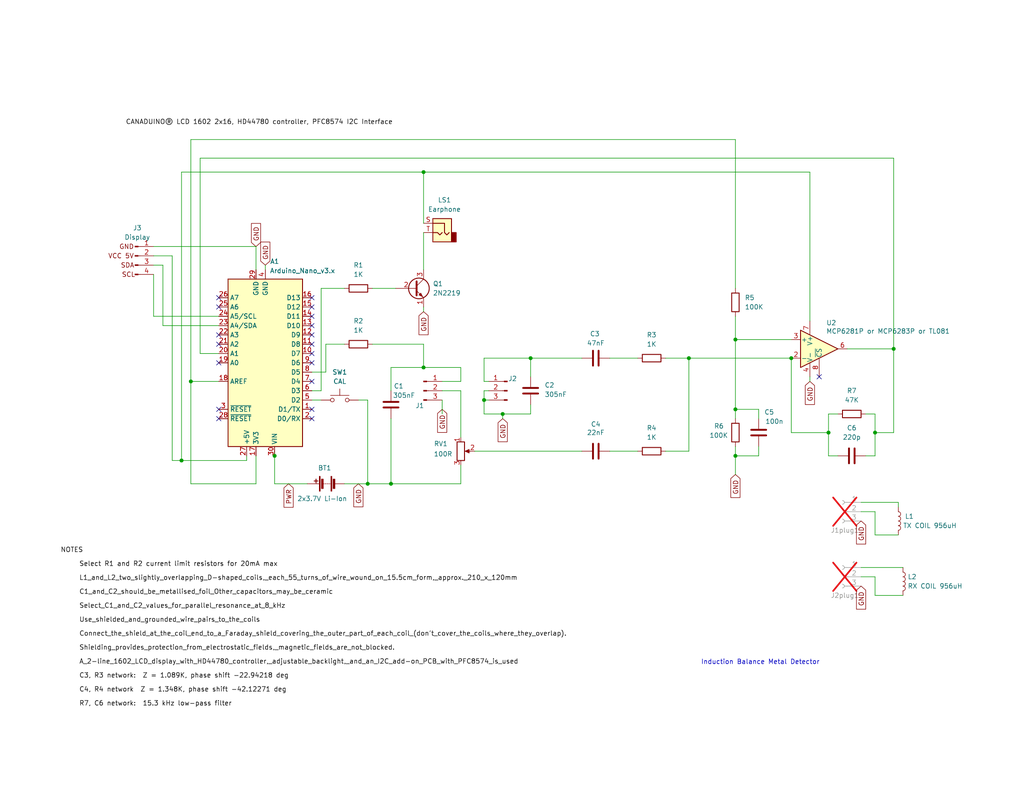
<source format=kicad_sch>
(kicad_sch (version 20231120) (generator "eeschema") (generator_version "8.0")
  (paper "USLetter")
  (lib_symbols
    (symbol "Amplifier_Operational:MCP603-xP" (pin_names (offset 0.127))
      (property "Reference" "U2" (at 3.302 7.112 0))
      (property "Value" "MCP6281P or MCP6283P or TL081" (at 18.796 4.826 0))
      (symbol "MCP603-xP_0_1"
        (polyline (pts (xy -5.08 5.08) (xy 5.08 0) (xy -5.08 -5.08) (xy -5.08 5.08)) (stroke (width 0.254)) (fill (type background)))
      )
      (symbol "MCP603-xP_1_1"
        (pin no_connect line (at 0 -2.54 90) (length 2.54) hide (name "NC") (number "1"))
        (pin input line (at -7.62 -2.54 0) (length 2.54) (name "-") (number "2"))
        (pin input line (at -7.62 2.54 0) (length 2.54) (name "+") (number "3"))
        (pin power_out line (at -2.54 -7.62 90) (length 3.81) (name "V-") (number "4"))
        (pin no_connect line (at -2.54 -2.54 90) (length 2.54) hide (name "NC") (number "5"))
        (pin output line (at 7.62 0 180) (length 2.54) (name "~") (number "6"))
        (pin power_in line (at -2.54 7.62 270) (length 3.81) (name "V+") (number "7"))
        (pin input line (at 0 -7.62 90) (length 5.08) (name "~{CS}") (number "8"))
      )
    )
    (symbol "Conn_01x03_Pin_1" (pin_names (offset 1.016) hide)
      (property "Reference" "J" (at 0 5.08 0))
      (property "Value" "Conn_01x03_Pin" (at 0 -5.08 0))
      (symbol "Conn_01x03_Pin_1_1_1"
        (polyline (pts (xy 1.27 -2.54) (xy 0.8636 -2.54)) (stroke (width 0.1524)))
        (polyline (pts (xy 1.27 0) (xy 0.8636 0)) (stroke (width 0.1524)))
        (polyline (pts (xy 1.27 2.54) (xy 0.8636 2.54)) (stroke (width 0.1524)))
        (rectangle (start 0.8636 -2.413) (end 0 -2.667) (stroke (width 0.1524)) (fill (type outline)))
        (rectangle (start 0.8636 0.127) (end 0 -0.127) (stroke (width 0.1524)) (fill (type outline)))
        (rectangle (start 0.8636 2.667) (end 0 2.413) (stroke (width 0.1524)) (fill (type outline)))
        (pin passive line (at 5.08 2.54 180) (length 3.81) (name "Pin_1") (number "1"))
        (pin passive line (at 5.08 0 180) (length 3.81) (name "Pin_2") (number "2"))
        (pin passive line (at 5.08 -2.54 180) (length 3.81) (name "Pin_3") (number "3"))
      )
    )
    (symbol "Connector:Conn_01x03_Pin" (pin_names (offset 1.016) hide)
      (property "Reference" "J" (at 0 5.08 0))
      (property "Value" "Conn_01x03_Pin" (at 0 -5.08 0))
      (symbol "Conn_01x03_Pin_1_1"
        (polyline (pts (xy 1.27 -2.54) (xy 0.8636 -2.54)) (stroke (width 0.1524)))
        (polyline (pts (xy 1.27 0) (xy 0.8636 0)) (stroke (width 0.1524)))
        (polyline (pts (xy 1.27 2.54) (xy 0.8636 2.54)) (stroke (width 0.1524)))
        (rectangle (start 0.8636 -2.413) (end 0 -2.667) (stroke (width 0.1524)) (fill (type outline)))
        (rectangle (start 0.8636 0.127) (end 0 -0.127) (stroke (width 0.1524)) (fill (type outline)))
        (rectangle (start 0.8636 2.667) (end 0 2.413) (stroke (width 0.1524)) (fill (type outline)))
        (pin passive line (at 5.08 2.54 180) (length 3.81) (name "Pin_1") (number "1"))
        (pin passive line (at 5.08 0 180) (length 3.81) (name "Pin_2") (number "2"))
        (pin passive line (at 5.08 -2.54 180) (length 3.81) (name "Pin_3") (number "3"))
      )
    )
    (symbol "Connector:Conn_01x03_Socket" (pin_names (offset 1.016) hide)
      (property "Reference" "J" (at 0 5.08 0))
      (property "Value" "Conn_01x03_Socket" (at 0 -5.08 0))
      (symbol "Conn_01x03_Socket_1_1"
        (arc (start 0 -2.032) (mid -0.5058 -2.54) (end 0 -3.048) (stroke (width 0.1524)))
        (polyline (pts (xy -1.27 -2.54) (xy -0.508 -2.54)) (stroke (width 0.1524)))
        (polyline (pts (xy -1.27 0) (xy -0.508 0)) (stroke (width 0.1524)))
        (polyline (pts (xy -1.27 2.54) (xy -0.508 2.54)) (stroke (width 0.1524)))
        (arc (start 0 0.508) (mid -0.5058 0) (end 0 -0.508) (stroke (width 0.1524)))
        (arc (start 0 3.048) (mid -0.5058 2.54) (end 0 2.032) (stroke (width 0.1524)))
        (pin passive line (at -5.08 2.54 0) (length 3.81) (name "Pin_1") (number "1"))
        (pin passive line (at -5.08 0 0) (length 3.81) (name "Pin_2") (number "2"))
        (pin passive line (at -5.08 -2.54 0) (length 3.81) (name "Pin_3") (number "3"))
      )
    )
    (symbol "Connector:Conn_01x04_Pin" (pin_names (offset 1.016) hide)
      (property "Reference" "J3" (at 0.635 7.62 0))
      (property "Value" "Display" (at 0.635 5.08 0))
      (symbol "Conn_01x04_Pin_1_1"
        (polyline (pts (xy 1.27 -5.08) (xy 0.8636 -5.08)) (stroke (width 0.1524)))
        (polyline (pts (xy 1.27 -2.54) (xy 0.8636 -2.54)) (stroke (width 0.1524)))
        (polyline (pts (xy 1.27 0) (xy 0.8636 0)) (stroke (width 0.1524)))
        (polyline (pts (xy 1.27 2.54) (xy 0.8636 2.54)) (stroke (width 0.1524)))
        (rectangle (start 0.8636 -4.953) (end 0 -5.207) (stroke (width 0.1524)) (fill (type outline)))
        (rectangle (start 0.8636 -2.413) (end 0 -2.667) (stroke (width 0.1524)) (fill (type outline)))
        (rectangle (start 0.8636 0.127) (end 0 -0.127) (stroke (width 0.1524)) (fill (type outline)))
        (rectangle (start 0.8636 2.667) (end 0 2.413) (stroke (width 0.1524)) (fill (type outline)))
        (text "GND" (at -2.286 2.54 0) (effects (font (size 1.27 1.27))))
        (text "SCL" (at -1.778 -5.08 0) (effects (font (size 1.27 1.27))))
        (text "SDA" (at -2.032 -2.54 0) (effects (font (size 1.27 1.27))))
        (text "VCC 5V" (at -3.81 0 0) (effects (font (size 1.27 1.27))))
        (pin passive line (at 5.08 2.54 180) (length 3.81) (name "Pin_1") (number "1"))
        (pin passive line (at 5.08 0 180) (length 3.81) (name "Pin_2") (number "2"))
        (pin passive line (at 5.08 -2.54 180) (length 3.81) (name "Pin_3") (number "3"))
        (pin passive line (at 5.08 -5.08 180) (length 3.81) (name "Pin_4") (number "4"))
      )
    )
    (symbol "Connector_Audio:AudioJack2"
      (property "Reference" "J" (at 0 8.89 0))
      (property "Value" "AudioJack2" (at 0 6.35 0))
      (symbol "AudioJack2_0_1"
        (rectangle (start -3.81 0) (end -2.54 -2.54) (stroke (width 0.254)) (fill (type outline)))
        (rectangle (start -2.54 3.81) (end 2.54 -2.54) (stroke (width 0.254)) (fill (type background)))
        (polyline (pts (xy 0 0) (xy 0.635 -0.635) (xy 1.27 0) (xy 2.54 0)) (stroke (width 0.254)))
        (polyline (pts (xy 2.54 2.54) (xy -0.635 2.54) (xy -0.635 0) (xy -1.27 -0.635) (xy -1.905 0)) (stroke (width 0.254)))
      )
      (symbol "AudioJack2_1_1"
        (pin passive line (at 5.08 2.54 180) (length 2.54) (name "~") (number "S"))
        (pin passive line (at 5.08 0 180) (length 2.54) (name "~") (number "T"))
      )
    )
    (symbol "Device:Battery" (pin_numbers hide) (pin_names (offset 0) hide)
      (property "Reference" "BT" (at 2.54 2.54 0))
      (property "Value" "Battery" (at 2.54 0 0))
      (symbol "Battery_0_1"
        (rectangle (start -2.032 -1.397) (end 2.032 -1.651) (fill (type outline)))
        (rectangle (start -2.032 1.778) (end 2.032 1.524) (fill (type outline)))
        (rectangle (start -1.3208 -1.9812) (end 1.27 -2.4892) (fill (type outline)))
        (rectangle (start -1.3208 1.1938) (end 1.27 0.6858) (fill (type outline)))
        (polyline (pts (xy 0 -1.524) (xy 0 -1.27)))
        (polyline (pts (xy 0 -1.016) (xy 0 -0.762)))
        (polyline (pts (xy 0 -0.508) (xy 0 -0.254)))
        (polyline (pts (xy 0 0) (xy 0 0.254)))
        (polyline (pts (xy 0 0.508) (xy 0 0.762)))
        (polyline (pts (xy 0 1.778) (xy 0 2.54)))
        (polyline (pts (xy 0.254 2.667) (xy 1.27 2.667)) (stroke (width 0.254)))
        (polyline (pts (xy 0.762 3.175) (xy 0.762 2.159)) (stroke (width 0.254)))
      )
      (symbol "Battery_1_1"
        (pin passive line (at 0 5.08 270) (length 2.54) (name "+") (number "1"))
        (pin passive line (at 0 -5.08 90) (length 2.54) (name "-") (number "2"))
      )
    )
    (symbol "Device:C" (pin_numbers hide) (pin_names (offset 0.254))
      (property "Reference" "C" (at 0.635 2.54 0))
      (property "Value" "C" (at 0.635 -2.54 0))
      (symbol "C_0_1"
        (polyline (pts (xy -2.032 -0.762) (xy 2.032 -0.762)) (stroke (width 0.508)))
        (polyline (pts (xy -2.032 0.762) (xy 2.032 0.762)) (stroke (width 0.508)))
      )
      (symbol "C_1_1"
        (pin passive line (at 0 3.81 270) (length 2.794) (name "~") (number "1"))
        (pin passive line (at 0 -3.81 90) (length 2.794) (name "~") (number "2"))
      )
    )
    (symbol "Device:L" (pin_numbers hide) (pin_names (offset 1.016) hide)
      (property "Reference" "L" (at -1.27 0 90))
      (property "Value" "L" (at 1.905 0 90))
      (symbol "L_0_1"
        (arc (start 0 -2.54) (mid 0.6323 -1.905) (end 0 -1.27))
        (arc (start 0 -1.27) (mid 0.6323 -0.635) (end 0 0))
        (arc (start 0 0) (mid 0.6323 0.635) (end 0 1.27))
        (arc (start 0 1.27) (mid 0.6323 1.905) (end 0 2.54))
      )
      (symbol "L_1_1"
        (pin passive line (at 0 3.81 270) (length 1.27) (name "1") (number "1"))
        (pin passive line (at 0 -3.81 90) (length 1.27) (name "2") (number "2"))
      )
    )
    (symbol "Device:R" (pin_numbers hide) (pin_names (offset 0))
      (property "Reference" "R" (at 2.032 0 90))
      (property "Value" "R" (at 0 0 90))
      (symbol "R_0_1"
        (rectangle (start -1.016 -2.54) (end 1.016 2.54) (stroke (width 0.254)))
      )
      (symbol "R_1_1"
        (pin passive line (at 0 3.81 270) (length 1.27) (name "~") (number "1"))
        (pin passive line (at 0 -3.81 90) (length 1.27) (name "~") (number "2"))
      )
    )
    (symbol "Device:R_Potentiometer" (pin_names (offset 1.016) hide)
      (property "Reference" "RV" (at -4.445 0 90))
      (property "Value" "R_Potentiometer" (at -2.54 0 90))
      (symbol "R_Potentiometer_0_1"
        (polyline (pts (xy 2.54 0) (xy 1.524 0)))
        (polyline (pts (xy 1.143 0) (xy 2.286 0.508) (xy 2.286 -0.508) (xy 1.143 0)) (fill (type outline)))
        (rectangle (start 1.016 2.54) (end -1.016 -2.54) (stroke (width 0.254)))
      )
      (symbol "R_Potentiometer_1_1"
        (pin passive line (at 0 3.81 270) (length 1.27) (name "1") (number "1"))
        (pin passive line (at 3.81 0 180) (length 1.27) (name "2") (number "2"))
        (pin passive line (at 0 -3.81 90) (length 1.27) (name "3") (number "3"))
      )
    )
    (symbol "MCU_Module:Arduino_Nano_v3.x"
      (property "Reference" "A1" (at -3.81 -27.686 0))
      (property "Value" "Arduino_Nano_v3.x" (at -19.05 -25.146 0))
      (symbol "Arduino_Nano_v3.x_0_1"
        (rectangle (start -10.16 22.86) (end 10.16 -22.86) (stroke (width 0.254)) (fill (type background)))
      )
      (symbol "Arduino_Nano_v3.x_1_1"
        (pin bidirectional line (at -12.7 12.7 0) (length 2.54) (name "D1/TX") (number "1"))
        (pin bidirectional line (at -12.7 -2.54 0) (length 2.54) (name "D7") (number "10"))
        (pin bidirectional line (at -12.7 -5.08 0) (length 2.54) (name "D8") (number "11"))
        (pin bidirectional line (at -12.7 -7.62 0) (length 2.54) (name "D9") (number "12"))
        (pin bidirectional line (at -12.7 -10.16 0) (length 2.54) (name "D10") (number "13"))
        (pin bidirectional line (at -12.7 -12.7 0) (length 2.54) (name "D11") (number "14"))
        (pin bidirectional line (at -12.7 -15.24 0) (length 2.54) (name "D12") (number "15"))
        (pin bidirectional line (at -12.7 -17.78 0) (length 2.54) (name "D13") (number "16"))
        (pin power_out line (at 2.54 25.4 270) (length 2.54) (name "3V3") (number "17"))
        (pin input line (at 12.7 5.08 180) (length 2.54) (name "AREF") (number "18"))
        (pin bidirectional line (at 12.7 0 180) (length 2.54) (name "A0") (number "19"))
        (pin bidirectional line (at -12.7 15.24 0) (length 2.54) (name "D0/RX") (number "2"))
        (pin bidirectional line (at 12.7 -2.54 180) (length 2.54) (name "A1") (number "20"))
        (pin bidirectional line (at 12.7 -5.08 180) (length 2.54) (name "A2") (number "21"))
        (pin bidirectional line (at 12.7 -7.62 180) (length 2.54) (name "A3") (number "22"))
        (pin bidirectional line (at 12.7 -10.16 180) (length 2.54) (name "A4/SDA") (number "23"))
        (pin bidirectional line (at 12.7 -12.7 180) (length 2.54) (name "A5/SCL") (number "24"))
        (pin bidirectional line (at 12.7 -15.24 180) (length 2.54) (name "A6") (number "25"))
        (pin bidirectional line (at 12.7 -17.78 180) (length 2.54) (name "A7") (number "26"))
        (pin power_out line (at 5.08 25.4 270) (length 2.54) (name "+5V") (number "27"))
        (pin input line (at 12.7 15.24 180) (length 2.54) (name "~{RESET}") (number "28"))
        (pin input line (at 2.54 -25.4 90) (length 2.54) (name "GND") (number "29"))
        (pin input line (at 12.7 12.7 180) (length 2.54) (name "~{RESET}") (number "3"))
        (pin power_in line (at -2.54 25.4 270) (length 2.54) (name "VIN") (number "30"))
        (pin input line (at 0 -25.4 90) (length 2.54) (name "GND") (number "4"))
        (pin bidirectional line (at -12.7 10.16 0) (length 2.54) (name "D2") (number "5"))
        (pin bidirectional line (at -12.7 7.62 0) (length 2.54) (name "D3") (number "6"))
        (pin bidirectional line (at -12.7 5.08 0) (length 2.54) (name "D4") (number "7"))
        (pin bidirectional line (at -12.7 2.54 0) (length 2.54) (name "D5") (number "8"))
        (pin bidirectional line (at -12.7 0 0) (length 2.54) (name "D6") (number "9"))
      )
    )
    (symbol "Switch:SW_Push" (pin_numbers hide) (pin_names (offset 1.016) hide)
      (property "Reference" "SW" (at 1.27 2.54 0))
      (property "Value" "SW_Push" (at 0 -1.524 0))
      (symbol "SW_Push_0_1"
        (circle (center -2.032 0) (radius 0.508))
        (polyline (pts (xy 0 1.27) (xy 0 3.048)))
        (polyline (pts (xy 2.54 1.27) (xy -2.54 1.27)))
        (circle (center 2.032 0) (radius 0.508))
        (pin passive line (at -5.08 0 0) (length 2.54) (name "1") (number "1"))
        (pin passive line (at 5.08 0 180) (length 2.54) (name "2") (number "2"))
      )
    )
    (symbol "Transistor_BJT:2N2219" (pin_names (offset 0) hide)
      (property "Reference" "Q" (at 5.08 1.905 0))
      (property "Value" "2N2219" (at 5.08 0 0))
      (symbol "2N2219_0_1"
        (polyline (pts (xy 0.635 0.635) (xy 2.54 2.54)))
        (polyline (pts (xy 0.635 -0.635) (xy 2.54 -2.54) (xy 2.54 -2.54)))
        (polyline (pts (xy 0.635 1.905) (xy 0.635 -1.905) (xy 0.635 -1.905)) (stroke (width 0.508)))
        (polyline (pts (xy 1.27 -1.778) (xy 1.778 -1.27) (xy 2.286 -2.286) (xy 1.27 -1.778) (xy 1.27 -1.778)) (fill (type outline)))
        (circle (center 1.27 0) (radius 2.8194) (stroke (width 0.254)))
      )
      (symbol "2N2219_1_1"
        (pin passive line (at 2.54 -5.08 90) (length 2.54) (name "E") (number "1"))
        (pin passive line (at -5.08 0 0) (length 5.715) (name "B") (number "2"))
        (pin passive line (at 2.54 5.08 270) (length 2.54) (name "C") (number "3"))
      )
    )
  )
  (junction (at 137.16 113.03))
  (junction (at 200.66 124.46))
  (junction (at 52.07 104.14))
  (junction (at 115.57 100.33))
  (junction (at 200.66 111.76))
  (junction (at 100.33 132.08))
  (junction (at 115.57 46.99))
  (junction (at 49.53 125.73))
  (junction (at 215.9 97.79))
  (junction (at 74.93 124.46))
  (junction (at 238.76 118.11))
  (junction (at 243.84 95.25))
  (junction (at 144.78 97.79))
  (junction (at 200.66 92.71))
  (junction (at 187.96 97.79))
  (junction (at 132.08 109.22))
  (junction (at 106.68 132.08))
  (junction (at 226.06 118.11))
  (no_connect (at 85.09 96.52))
  (no_connect (at 59.69 91.44))
  (no_connect (at 85.09 99.06))
  (no_connect (at 85.09 88.9))
  (no_connect (at 85.09 104.14))
  (no_connect (at 85.09 91.44))
  (no_connect (at 59.69 83.82))
  (no_connect (at 223.52 102.87))
  (no_connect (at 85.09 114.3))
  (no_connect (at 59.69 93.98))
  (no_connect (at 85.09 83.82))
  (no_connect (at 85.09 111.76))
  (no_connect (at 85.09 93.98))
  (no_connect (at 59.69 114.3))
  (no_connect (at 59.69 81.28))
  (no_connect (at 85.09 86.36))
  (no_connect (at 59.69 99.06))
  (no_connect (at 85.09 81.28))
  (no_connect (at 59.69 111.76))
  (wire (pts (xy 238.76 113.03) (xy 236.22 113.03)))
  (wire (pts (xy 125.73 100.33) (xy 125.73 104.14)))
  (wire (pts (xy 158.75 123.19) (xy 129.54 123.19)))
  (wire (pts (xy 200.66 86.36) (xy 200.66 92.71)))
  (wire (pts (xy 226.06 113.03) (xy 226.06 118.11)))
  (wire (pts (xy 132.08 106.68) (xy 132.08 109.22)))
  (wire (pts (xy 46.99 69.85) (xy 41.91 69.85)))
  (wire (pts (xy 132.08 97.79) (xy 144.78 97.79)))
  (wire (pts (xy 243.84 118.11) (xy 238.76 118.11)))
  (wire (pts (xy 207.01 111.76) (xy 200.66 111.76)))
  (wire (pts (xy 166.37 123.19) (xy 173.99 123.19)))
  (wire (pts (xy 41.91 67.31) (xy 69.85 67.31)))
  (wire (pts (xy 100.33 132.08) (xy 106.68 132.08)))
  (wire (pts (xy 54.61 43.18) (xy 243.84 43.18)))
  (wire (pts (xy 207.01 114.3) (xy 207.01 111.76)))
  (wire (pts (xy 226.06 124.46) (xy 228.6 124.46)))
  (wire (pts (xy 166.37 97.79) (xy 173.99 97.79)))
  (wire (pts (xy 115.57 46.99) (xy 220.98 46.99)))
  (wire (pts (xy 120.65 109.22) (xy 120.65 113.03)))
  (wire (pts (xy 220.98 102.87) (xy 220.98 104.14)))
  (wire (pts (xy 200.66 92.71) (xy 215.9 92.71)))
  (wire (pts (xy 59.69 96.52) (xy 54.61 96.52)))
  (wire (pts (xy 158.75 97.79) (xy 144.78 97.79)))
  (wire (pts (xy 115.57 100.33) (xy 125.73 100.33)))
  (wire (pts (xy 238.76 113.03) (xy 238.76 118.11)))
  (wire (pts (xy 220.98 46.99) (xy 220.98 87.63)))
  (wire (pts (xy 234.95 137.16) (xy 245.11 137.16)))
  (wire (pts (xy 215.9 97.79) (xy 215.9 118.11)))
  (wire (pts (xy 115.57 63.5) (xy 115.57 73.66)))
  (wire (pts (xy 144.78 97.79) (xy 144.78 102.87)))
  (wire (pts (xy 115.57 93.98) (xy 115.57 100.33)))
  (wire (pts (xy 187.96 97.79) (xy 215.9 97.79)))
  (wire (pts (xy 67.31 124.46) (xy 67.31 125.73)))
  (wire (pts (xy 125.73 106.68) (xy 120.65 106.68)))
  (wire (pts (xy 52.07 104.14) (xy 59.69 104.14)))
  (wire (pts (xy 245.11 146.05) (xy 238.76 146.05)))
  (wire (pts (xy 200.66 92.71) (xy 200.66 111.76)))
  (wire (pts (xy 187.96 97.79) (xy 187.96 123.19)))
  (wire (pts (xy 101.6 93.98) (xy 115.57 93.98)))
  (wire (pts (xy 125.73 104.14) (xy 120.65 104.14)))
  (wire (pts (xy 234.95 154.94) (xy 246.38 154.94)))
  (wire (pts (xy 106.68 100.33) (xy 106.68 106.68)))
  (wire (pts (xy 132.08 109.22) (xy 133.35 109.22)))
  (wire (pts (xy 238.76 118.11) (xy 238.76 124.46)))
  (wire (pts (xy 54.61 96.52) (xy 54.61 43.18)))
  (wire (pts (xy 74.93 124.46) (xy 74.93 132.08)))
  (wire (pts (xy 132.08 97.79) (xy 132.08 104.14)))
  (wire (pts (xy 106.68 132.08) (xy 125.73 132.08)))
  (wire (pts (xy 52.07 38.1) (xy 52.07 104.14)))
  (wire (pts (xy 87.63 78.74) (xy 93.98 78.74)))
  (wire (pts (xy 187.96 123.19) (xy 181.61 123.19)))
  (wire (pts (xy 41.91 86.36) (xy 59.69 86.36)))
  (wire (pts (xy 85.09 109.22) (xy 87.63 109.22)))
  (wire (pts (xy 69.85 124.46) (xy 69.85 132.08)))
  (wire (pts (xy 200.66 124.46) (xy 207.01 124.46)))
  (wire (pts (xy 106.68 100.33) (xy 115.57 100.33)))
  (wire (pts (xy 238.76 124.46) (xy 236.22 124.46)))
  (wire (pts (xy 74.93 132.08) (xy 83.82 132.08)))
  (wire (pts (xy 132.08 109.22) (xy 132.08 113.03)))
  (wire (pts (xy 243.84 95.25) (xy 243.84 118.11)))
  (wire (pts (xy 115.57 83.82) (xy 115.57 85.09)))
  (wire (pts (xy 200.66 124.46) (xy 200.66 129.54)))
  (wire (pts (xy 74.93 123.19) (xy 74.93 124.46)))
  (wire (pts (xy 132.08 113.03) (xy 137.16 113.03)))
  (wire (pts (xy 88.9 101.6) (xy 85.09 101.6)))
  (wire (pts (xy 72.39 72.39) (xy 72.39 73.66)))
  (wire (pts (xy 226.06 118.11) (xy 215.9 118.11)))
  (wire (pts (xy 243.84 43.18) (xy 243.84 95.25)))
  (wire (pts (xy 200.66 111.76) (xy 200.66 114.3)))
  (wire (pts (xy 228.6 113.03) (xy 226.06 113.03)))
  (wire (pts (xy 69.85 132.08) (xy 52.07 132.08)))
  (wire (pts (xy 246.38 162.56) (xy 238.76 162.56)))
  (wire (pts (xy 226.06 118.11) (xy 226.06 124.46)))
  (wire (pts (xy 144.78 110.49) (xy 144.78 113.03)))
  (wire (pts (xy 200.66 121.92) (xy 200.66 124.46)))
  (wire (pts (xy 181.61 97.79) (xy 187.96 97.79)))
  (wire (pts (xy 44.45 72.39) (xy 41.91 72.39)))
  (wire (pts (xy 137.16 114.3) (xy 137.16 113.03)))
  (wire (pts (xy 200.66 38.1) (xy 200.66 78.74)))
  (wire (pts (xy 93.98 93.98) (xy 88.9 93.98)))
  (wire (pts (xy 49.53 46.99) (xy 115.57 46.99)))
  (wire (pts (xy 52.07 38.1) (xy 200.66 38.1)))
  (wire (pts (xy 97.79 109.22) (xy 100.33 109.22)))
  (wire (pts (xy 44.45 72.39) (xy 44.45 88.9)))
  (wire (pts (xy 88.9 93.98) (xy 88.9 101.6)))
  (wire (pts (xy 49.53 125.73) (xy 49.53 46.99)))
  (wire (pts (xy 231.14 95.25) (xy 243.84 95.25)))
  (wire (pts (xy 41.91 74.93) (xy 41.91 86.36)))
  (wire (pts (xy 245.11 138.43) (xy 245.11 137.16)))
  (wire (pts (xy 238.76 157.48) (xy 234.95 157.48)))
  (wire (pts (xy 238.76 157.48) (xy 238.76 162.56)))
  (wire (pts (xy 132.08 104.14) (xy 133.35 104.14)))
  (wire (pts (xy 207.01 121.92) (xy 207.01 124.46)))
  (wire (pts (xy 44.45 88.9) (xy 59.69 88.9)))
  (wire (pts (xy 87.63 106.68) (xy 85.09 106.68)))
  (wire (pts (xy 100.33 109.22) (xy 100.33 132.08)))
  (wire (pts (xy 115.57 46.99) (xy 115.57 60.96)))
  (wire (pts (xy 93.98 132.08) (xy 100.33 132.08)))
  (wire (pts (xy 46.99 69.85) (xy 46.99 125.73)))
  (wire (pts (xy 69.85 67.31) (xy 69.85 73.66)))
  (wire (pts (xy 101.6 78.74) (xy 107.95 78.74)))
  (wire (pts (xy 125.73 127) (xy 125.73 132.08)))
  (wire (pts (xy 125.73 106.68) (xy 125.73 119.38)))
  (wire (pts (xy 87.63 78.74) (xy 87.63 106.68)))
  (wire (pts (xy 238.76 139.7) (xy 234.95 139.7)))
  (wire (pts (xy 67.31 125.73) (xy 49.53 125.73)))
  (wire (pts (xy 137.16 113.03) (xy 144.78 113.03)))
  (wire (pts (xy 238.76 139.7) (xy 238.76 146.05)))
  (wire (pts (xy 52.07 132.08) (xy 52.07 104.14)))
  (wire (pts (xy 106.68 114.3) (xy 106.68 132.08)))
  (wire (pts (xy 46.99 125.73) (xy 49.53 125.73)))
  (wire (pts (xy 133.35 106.68) (xy 132.08 106.68)))
  (text "Induction Balance Metal Detector" (at 191.262 181.61 0) (effects (font (size 1.27 1.27)) (justify left bottom)))
  (label "A_2-line_1602_LCD_display_with_HD44780_controller,_adjustable_backlight,_and_an_I2C_add-on_PCB_with_PFC8574_is_used" (at 21.59 181.61 0))
  (label "R7, C6 network:  15.3 kHz low-pass filter" (at 21.59 193.04 0))
  (label "Connect_the_shield_at_the_coil_end_to_a_Faraday_shield_covering_the_outer_part_of_each_coil_(don't_cover_the_coils_where_they_overlap)." (at 21.59 173.99 0))
  (label "C1_and_C2_should_be_metallised_foil_Other_capacitors_may_be_ceramic" (at 21.59 162.56 0))
  (label "C4, R4 network  Z = 1.348K, phase shift -42.12271 deg" (at 21.59 189.23 0))
  (label "NOTES" (at 16.51 151.13 0))
  (label "Select R1 and R2 current limit resistors for 20mA max" (at 21.59 154.94 0))
  (label "Select_C1_and_C2_values_for_parallel_resonance_at_8_kHz" (at 21.59 166.37 0))
  (label "C3, R3 network:  Z = 1.089K, phase shift -22.94218 deg" (at 21.59 185.42 0))
  (label "Shielding_provides_protection_from_electrostatic_fields,_magnetic_fields_are_not_blocked." (at 21.59 177.8 0))
  (label "L1_and_L2_two_slightly_overlapping_D-shaped_coils,_each_55_turns_of_wire_wound_on_15.5cm_form,_approx._210_x_120mm" (at 21.59 158.75 0))
  (label "CANADUINO® LCD 1602 2x16, HD44780 controller, PFC8574 I2C Interface" (at 34.29 34.29 0))
  (label "Use_shielded_and_grounded_wire_pairs_to_the_coils" (at 21.59 170.18 0))
  (global_label "GND" (shape input) (at 234.95 142.24 270) (property "Intersheetrefs" "${INTERSHEET_REFS}" (effects (hide yes))))
  (global_label "GND" (shape input) (at 220.98 104.14 270) (property "Intersheetrefs" "${INTERSHEET_REFS}" (effects (hide yes))))
  (global_label "GND" (shape input) (at 115.57 85.09 270) (property "Intersheetrefs" "${INTERSHEET_REFS}" (effects (hide yes))))
  (global_label "GND" (shape input) (at 97.79 132.08 270) (property "Intersheetrefs" "${INTERSHEET_REFS}" (effects (hide yes))))
  (global_label "GND" (shape input) (at 69.85 67.31 90) (property "Intersheetrefs" "${INTERSHEET_REFS}" (effects (hide yes))))
  (global_label "GND" (shape input) (at 200.66 129.54 270) (property "Intersheetrefs" "${INTERSHEET_REFS}" (effects (hide yes))))
  (global_label "PWR" (shape input) (at 78.74 132.08 270) (property "Intersheetrefs" "${INTERSHEET_REFS}" (effects (hide yes))))
  (global_label "GND" (shape input) (at 234.95 160.02 270) (property "Intersheetrefs" "${INTERSHEET_REFS}" (effects (hide yes))))
  (global_label "GND" (shape input) (at 120.65 111.76 270) (property "Intersheetrefs" "${INTERSHEET_REFS}" (effects (hide yes))))
  (global_label "GND" (shape input) (at 72.39 72.39 90) (property "Intersheetrefs" "${INTERSHEET_REFS}" (effects (hide yes))))
  (global_label "GND" (shape input) (at 137.16 114.3 270) (property "Intersheetrefs" "${INTERSHEET_REFS}" (effects (hide yes))))
  (symbol (lib_name "Conn_01x03_Pin_1") (lib_id "Connector:Conn_01x03_Pin") (at 115.57 106.68 0) (unit 1)
    (property "Reference" "J1" (at 114.554 110.744 0))
    (property "Value" "Conn_01x03_Pin" (effects (hide yes)))
    (property "Footprint" "Connector_PinHeader_2.54mm:PinHeader_1x03_P2.54mm_Vertical" (effects (hide yes)))
    (property "Description" "Generic connector, single row, 01x03, script generated" (effects (hide yes)))
  )
  (symbol (lib_id "Device:C") (at 232.41 124.46 90) (unit 1)
    (property "Reference" "C6" (at 232.41 116.84 90))
    (property "Value" "220p" (at 232.41 119.38 90))
    (property "Footprint" "Capacitor_THT:C_Disc_D5.0mm_W2.5mm_P2.50mm" (effects (hide yes)))
  )
  (symbol (lib_id "Connector:Conn_01x03_Socket") (at 229.87 157.48 0) (mirror y) (unit 1) (exclude_from_sim yes) (in_bom no) (on_board no) (dnp yes)
    (property "Reference" "J2plug1" (at 230.505 162.56 0))
    (property "Value" "Conn_01x03_Socket" (effects (hide yes)))
    (property "Footprint" "Connector_PinSocket_1.27mm:PinSocket_1x03_P1.27mm_Vertical" (effects (hide yes)))
    (property "Description" "Generic connector, single row, 01x03, script generated" (effects (hide yes)))
  )
  (symbol (lib_id "Device:Battery") (at 88.9 132.08 90) (unit 1)
    (property "Reference" "BT1" (at 90.424 127.762 90) (effects (justify left)))
    (property "Value" "2x3.7V Li-Ion" (at 94.742 136.144 90) (effects (justify left)))
    (property "Footprint" "Connector_BarrelJack:BarrelJack_CUI_PJ-102AH_Horizontal" (effects (hide yes)))
  )
  (symbol (lib_id "Connector:Conn_01x04_Pin") (at 36.83 69.85 0) (unit 1)
    (property "Reference" "J3" (at 37.465 62.23 0))
    (property "Value" "Display" (at 37.465 64.77 0))
    (property "Footprint" "Connector_PinHeader_2.54mm:PinHeader_1x04_P2.54mm_Vertical" (effects (hide yes)))
    (property "Description" "Generic connector, single row, 01x04, script generated" (effects (hide yes)))
  )
  (symbol (lib_id "Connector:Conn_01x03_Pin") (at 138.43 106.68 0) (mirror y) (unit 1)
    (property "Reference" "J2" (at 138.684 103.378 0) (effects (justify right)))
    (property "Value" "Conn_01x03_Pin" (effects (hide yes)))
    (property "Footprint" "Connector_PinHeader_2.54mm:PinHeader_1x03_P2.54mm_Vertical" (effects (hide yes)))
    (property "Description" "Generic connector, single row, 01x03, script generated" (effects (hide yes)))
  )
  (symbol (lib_id "Device:C") (at 207.01 118.11 0) (unit 1)
    (property "Reference" "C5" (at 208.534 112.522 0) (effects (justify left)))
    (property "Value" "100n" (at 208.788 115.062 0) (effects (justify left)))
    (property "Footprint" "Capacitor_THT:C_Disc_D5.0mm_W2.5mm_P2.50mm" (effects (hide yes)))
  )
  (symbol (lib_id "Device:R_Potentiometer") (at 125.73 123.19 0) (unit 1)
    (property "Reference" "RV1" (at 122.174 121.158 0) (effects (justify right)))
    (property "Value" "100R" (at 123.444 123.952 0) (effects (justify right)))
    (property "Footprint" "Potentiometer_THT:Potentiometer_Bourns_3006P_Horizontal" (effects (hide yes)))
  )
  (symbol (lib_id "Device:L") (at 246.38 158.75 0) (unit 1) (on_board no)
    (property "Reference" "L2" (at 247.65 157.4799 0) (effects (justify left)))
    (property "Value" "RX COIL 956uH" (at 247.65 160.0199 0) (effects (justify left)))
    (property "Description" "Inductor" (effects (hide yes)))
  )
  (symbol (lib_id "Device:R") (at 232.41 113.03 270) (unit 1)
    (property "Reference" "R7" (at 232.41 106.68 90))
    (property "Value" "47K" (at 232.41 109.22 90))
    (property "Footprint" "Resistor_THT:R_Axial_DIN0207_L6.3mm_D2.5mm_P2.54mm_Vertical" (effects (hide yes)))
  )
  (symbol (lib_id "Device:R") (at 97.79 78.74 270) (unit 1)
    (property "Reference" "R1" (at 97.79 72.39 90))
    (property "Value" "1K" (at 97.79 74.93 90))
    (property "Footprint" "Resistor_THT:R_Axial_DIN0207_L6.3mm_D2.5mm_P2.54mm_Vertical" (effects (hide yes)))
  )
  (symbol (lib_id "Device:R") (at 200.66 82.55 0) (unit 1)
    (property "Reference" "R5" (at 203.2 81.2799 0) (effects (justify left)))
    (property "Value" "100K" (at 203.2 83.8199 0) (effects (justify left)))
    (property "Footprint" "Resistor_THT:R_Axial_DIN0207_L6.3mm_D2.5mm_P2.54mm_Vertical" (effects (hide yes)))
  )
  (symbol (lib_id "Device:C") (at 106.68 110.49 0) (unit 1)
    (property "Reference" "C1" (at 107.442 105.41 0) (effects (justify left)))
    (property "Value" "305nF" (at 107.188 107.95 0) (effects (justify left)))
    (property "Footprint" "Capacitor_THT:C_Disc_D5.0mm_W2.5mm_P2.50mm" (effects (hide yes)))
  )
  (symbol (lib_id "Device:C") (at 162.56 97.79 90) (unit 1)
    (property "Reference" "C3" (at 162.306 90.424 90) (effects (justify bottom)))
    (property "Value" "47nF" (at 162.56 92.964 90) (effects (justify bottom)))
    (property "Footprint" "Capacitor_THT:C_Disc_D5.0mm_W2.5mm_P2.50mm" (effects (hide yes)))
  )
  (symbol (lib_id "Switch:SW_Push") (at 92.71 109.22 0) (unit 1)
    (property "Reference" "SW1" (at 92.71 101.6 0))
    (property "Value" "CAL" (at 92.71 104.14 0))
    (property "Footprint" "Button_Switch_THT:SW_PUSH_6mm" (effects (hide yes)))
    (property "Description" "Push button switch, generic, two pins" (effects (hide yes)))
  )
  (symbol (lib_id "Connector_Audio:AudioJack2") (at 120.65 63.5 0) (mirror y) (unit 1)
    (property "Reference" "LS1" (at 121.285 54.61 0))
    (property "Value" "Earphone" (at 121.285 57.15 0))
    (property "Footprint" "SJ1_2503A:CONN_SJ1-2503A" (effects (hide yes)))
    (property "Description" "Audio Jack, 2 Poles (Mono / TS)" (effects (hide yes)))
  )
  (symbol (lib_id "MCU_Module:Arduino_Nano_v3.x") (at 72.39 99.06 180) (unit 1)
    (property "Reference" "A1" (at 76.2 71.374 0) (effects (justify left)))
    (property "Value" "Arduino_Nano_v3.x" (at 91.44 73.914 0) (effects (justify left)))
    (property "Footprint" "Module:Arduino_Nano" (effects (hide yes)))
    (property "Datasheet" "http://www.mouser.com/pdfdocs/Gravitech_Arduino_Nano3_0.pdf" (effects (hide yes)))
    (property "Description" "Arduino Nano v3.x" (effects (hide yes)))
  )
  (symbol (lib_id "Device:R") (at 177.8 97.79 270) (unit 1)
    (property "Reference" "R3" (at 177.8 91.44 90))
    (property "Value" "1K" (at 177.8 93.98 90))
    (property "Footprint" "Resistor_THT:R_Axial_DIN0207_L6.3mm_D2.5mm_P2.54mm_Vertical" (effects (hide yes)))
  )
  (symbol (lib_id "Device:C") (at 162.56 123.19 270) (unit 1)
    (property "Reference" "C4" (at 162.56 115.824 90))
    (property "Value" "22nF" (at 162.56 118.11 90))
    (property "Footprint" "Capacitor_THT:C_Disc_D5.0mm_W2.5mm_P2.50mm" (effects (hide yes)))
  )
  (symbol (lib_id "Device:R") (at 177.8 123.19 270) (unit 1)
    (property "Reference" "R4" (at 177.8 116.84 90))
    (property "Value" "1K" (at 177.8 119.38 90))
    (property "Footprint" "Resistor_THT:R_Axial_DIN0207_L6.3mm_D2.5mm_P2.54mm_Vertical" (effects (hide yes)))
  )
  (symbol (lib_id "Connector:Conn_01x03_Socket") (at 229.87 139.7 0) (mirror y) (unit 1) (exclude_from_sim yes) (in_bom no) (on_board no) (dnp yes)
    (property "Reference" "J1plug1" (at 230.505 144.78 0))
    (property "Value" "Conn_01x03_Socket" (effects (hide yes)))
    (property "Footprint" "Connector_PinSocket_1.27mm:PinSocket_1x03_P1.27mm_Vertical" (effects (hide yes)))
    (property "Description" "Generic connector, single row, 01x03, script generated" (effects (hide yes)))
  )
  (symbol (lib_id "Device:R") (at 97.79 93.98 270) (unit 1)
    (property "Reference" "R2" (at 97.79 87.63 90))
    (property "Value" "1K" (at 97.79 90.17 90))
    (property "Footprint" "Resistor_THT:R_Axial_DIN0207_L6.3mm_D2.5mm_P2.54mm_Vertical" (effects (hide yes)))
  )
  (symbol (lib_id "Device:L") (at 245.11 142.24 0) (unit 1) (on_board no)
    (property "Reference" "L1" (at 246.888 140.97 0) (effects (justify left)))
    (property "Value" "TX COIL 956uH" (at 246.38 143.5099 0) (effects (justify left)))
    (property "Description" "Inductor" (effects (hide yes)))
  )
  (symbol (lib_id "Device:R") (at 200.66 118.11 0) (unit 1)
    (property "Reference" "R6" (at 194.818 116.332 0) (effects (justify left)))
    (property "Value" "100K" (at 193.548 118.872 0) (effects (justify left)))
    (property "Footprint" "Resistor_THT:R_Axial_DIN0207_L6.3mm_D2.5mm_P2.54mm_Vertical" (effects (hide yes)))
  )
  (symbol (lib_id "Device:C") (at 144.78 106.68 0) (unit 1)
    (property "Reference" "C2" (at 148.59 105.156 0) (effects (justify left)))
    (property "Value" "305nF" (at 148.59 107.696 0) (effects (justify left)))
    (property "Footprint" "Capacitor_THT:C_Disc_D5.0mm_W2.5mm_P2.50mm" (effects (hide yes)))
  )
  (symbol (lib_id "Amplifier_Operational:MCP603-xP") (at 223.52 95.25 0) (unit 1)
    (property "Reference" "U2" (at 226.822 88.138 0))
    (property "Value" "MCP6281P or MCP6283P or TL081" (at 242.316 90.424 0))
    (property "Footprint" "Package_DIP:DIP-8_W7.62mm_Socket" (effects (hide yes)))
    (property "Datasheet" "http://ww1.microchip.com/downloads/en/DeviceDoc/21314g.pdf" (effects (hide yes)))
  )
  (symbol (lib_id "Transistor_BJT:2N2219") (at 113.03 78.74 0) (unit 1)
    (property "Reference" "Q1" (at 118.11 77.4699 0) (effects (justify left)))
    (property "Value" "2N2219" (at 118.11 80.0099 0) (effects (justify left)))
    (property "Footprint" "Package_TO_SOT_THT:TO-39-3" (effects (hide yes)))
    (property "Datasheet" "http://www.onsemi.com/pub_link/Collateral/2N2219-D.PDF" (effects (hide yes)))
    (property "Description" "800mA Ic, 50V Vce, NPN Transistor, TO-39" (effects (hide yes)))
  )
)
</source>
